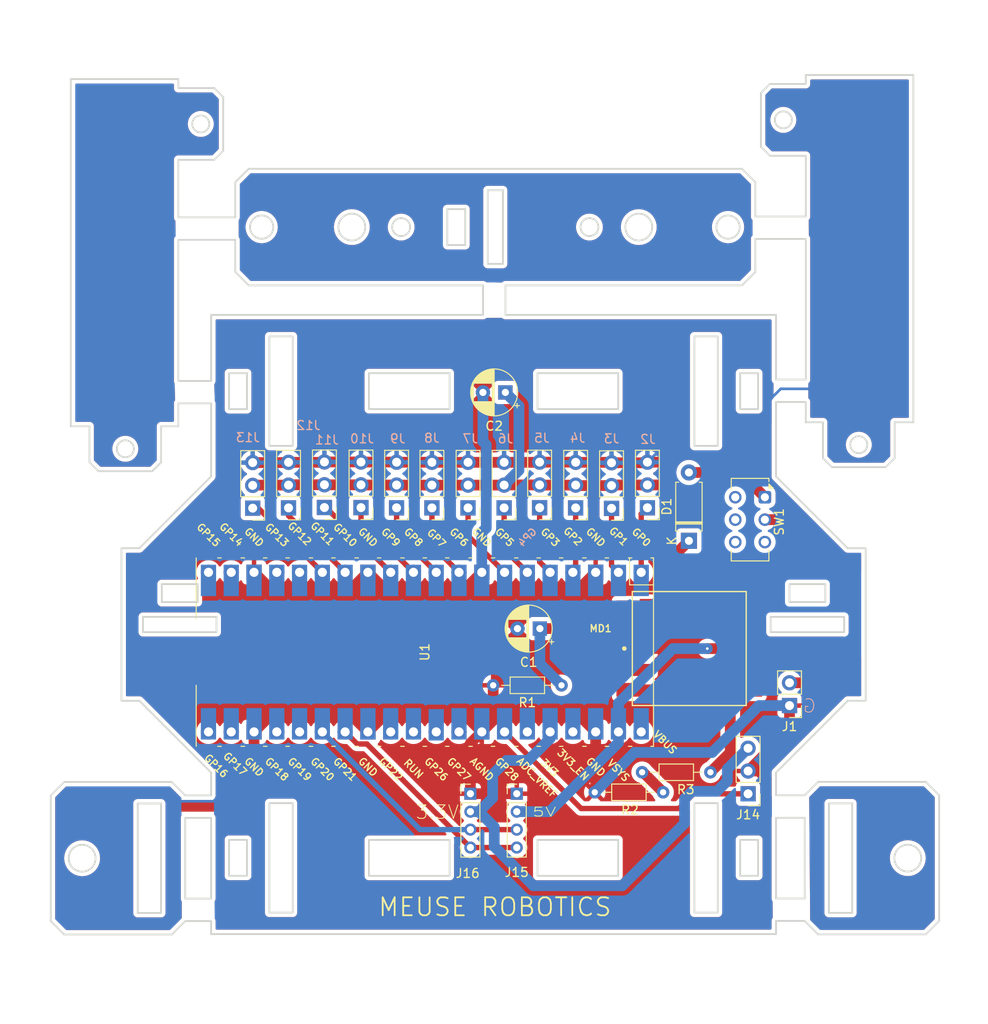
<source format=kicad_pcb>
(kicad_pcb (version 20240108) (generator "pcbnew") (generator_version "8.0")
  (layers (0 "F.Cu" signal) (31 "B.Cu" signal) (34 "B.Paste" user) (35 "F.Paste" user) (36 "B.SilkS" user "B.Silkscreen") (37 "F.SilkS" user "F.Silkscreen") (38 "B.Mask" user) (39 "F.Mask" user) (44 "Edge.Cuts" user))
  (net 0 "")
  (net 1 "GND")
  (net 2 "Net-(D1-K)")
  (net 3 "+5V")
  (net 4 "Net-(D1-A)")
  (net 5 "Net-(J1-Pin_2)")
  (net 6 "SV0")
  (net 7 "SV1")
  (net 8 "SV2")
  (net 9 "SV3")
  (net 10 "SV4")
  (net 11 "SV5")
  (net 12 "SV6")
  (net 13 "SV7")
  (net 14 "SV8")
  (net 15 "SV9")
  (net 16 "SV10")
  (net 17 "SV11")
  (net 18 "+3.3V")
  (net 19 "RMT")
  (net 20 "SDA")
  (net 21 "SCL")
  (net 23 "Net-(MD1-TRIM)")
  (net 33 "Net-(R2-Pad2)")
  (footprint "RPi_Pico:RPi_Pico_SMD_TH" (layer "F.Cu") (at 135.23 109.86 -90)
    (property "Reference" "U1")
    (property "Value" "Pico")
  )
  (footprint "Connector_PinHeader_2.54mm:PinHeader_1x02_P2.54mm_Vertical" (layer "F.Cu") (at 175.9 115.82 180)
    (property "Reference" "J1")
    (property "Value" "Conn_01x02")
  )
  (footprint "Capacitor_THT:CP_Radial_D5.0mm_P2.50mm" (layer "F.Cu") (at 148.06 107.24 180)
    (property "Reference" "C1")
    (property "Value" "10u")
  )
  (footprint "Connector_PinHeader_2.54mm:PinHeader_1x03_P2.54mm_Vertical" (layer "F.Cu") (at 152.05 93.79 180)
    (property "Reference" "J4")
    (property "Value" "Conn_01x03")
  )
  (footprint "Connector_PinHeader_2.00mm:PinHeader_1x04_P2.00mm_Vertical" (layer "F.Cu") (at 145.48 125.64)
    (property "Reference" "J15")
    (property "Value" "Conn_01x04")
  )
  (footprint "Connector_PinHeader_2.54mm:PinHeader_1x03_P2.54mm_Vertical" (layer "F.Cu") (at 128.11 93.76 180)
    (property "Reference" "J10")
    (property "Value" "Conn_01x03")
  )
  (footprint "Connector_PinHeader_2.00mm:PinHeader_1x04_P2.00mm_Vertical" (layer "F.Cu") (at 140.31 125.64)
    (property "Reference" "J16")
    (property "Value" "Conn_01x04")
  )
  (footprint "Okl:MURATA_OKL-T-6-W12N-C_0" (layer "F.Cu") (at 164.72 109.46)
    (property "Reference" "MD1")
    (property "Value" "OKL-T_6-W12N-C")
  )
  (footprint "Connector_PinHeader_2.54mm:PinHeader_1x03_P2.54mm_Vertical" (layer "F.Cu") (at 171.28 125.65 180)
    (property "Reference" "J14")
    (property "Value" "Conn_01x03")
  )
  (footprint "Connector_PinHeader_2.54mm:PinHeader_1x03_P2.54mm_Vertical" (layer "F.Cu") (at 144.07 93.79 180)
    (property "Reference" "J6")
    (property "Value" "Conn_01x03")
  )
  (footprint "Connector_PinHeader_2.54mm:PinHeader_1x03_P2.54mm_Vertical" (layer "F.Cu") (at 136.02 93.79 180)
    (property "Reference" "J8")
    (property "Value" "Conn_01x03")
  )
  (footprint "Capacitor_THT:CP_Radial_D5.0mm_P2.50mm" (layer "F.Cu") (at 144.21 80.92 180)
    (property "Reference" "C2")
    (property "Value" "10u")
  )
  (footprint "Connector_PinHeader_2.54mm:PinHeader_1x03_P2.54mm_Vertical" (layer "F.Cu") (at 148.03 93.77 180)
    (property "Reference" "J5")
    (property "Value" "Conn_01x03")
  )
  (footprint "Connector_PinHeader_2.54mm:PinHeader_1x03_P2.54mm_Vertical" (layer "F.Cu") (at 156.05 93.84 180)
    (property "Reference" "J3")
    (property "Value" "Conn_01x03")
  )
  (footprint "Resistor_THT:R_Axial_DIN0204_L3.6mm_D1.6mm_P7.62mm_Horizontal" (layer "F.Cu") (at 150.47 113.56 180)
    (property "Reference" "R1")
    (property "Value" "20k")
  )
  (footprint "Connector_PinHeader_2.54mm:PinHeader_1x03_P2.54mm_Vertical" (layer "F.Cu") (at 116.03 93.82 180)
    (property "Reference" "J13")
    (property "Value" "Conn_01x03")
  )
  (footprint "Resistor_THT:R_Axial_DIN0204_L3.6mm_D1.6mm_P7.62mm_Horizontal" (layer "F.Cu") (at 167.08 123.25 180)
    (property "Reference" "R3")
    (property "Value" "1k")
  )
  (footprint "Button_Switch_THT:SW_CK_JS202011CQN_DPDT_Straight" (layer "F.Cu") (at 173.15 92.6 -90)
    (property "Reference" "SW1")
    (property "Value" "SW_SPDT")
  )
  (footprint "Connector_PinHeader_2.54mm:PinHeader_1x03_P2.54mm_Vertical" (layer "F.Cu") (at 124.03 93.75 180)
    (property "Reference" "J11")
    (property "Value" "Conn_01x03")
  )
  (footprint "Resistor_THT:R_Axial_DIN0204_L3.6mm_D1.6mm_P7.62mm_Horizontal" (layer "F.Cu") (at 154.18 125.48)
    (property "Reference" "R2")
    (property "Value" "330")
  )
  (footprint "Connector_PinHeader_2.54mm:PinHeader_1x03_P2.54mm_Vertical" (layer "F.Cu") (at 160.05 93.775 180)
    (property "Reference" "J2")
    (property "Value" "Conn_01x03")
  )
  (footprint "Connector_PinHeader_2.54mm:PinHeader_1x03_P2.54mm_Vertical" (layer "F.Cu") (at 132.08 93.78 180)
    (property "Reference" "J9")
    (property "Value" "Conn_01x03")
  )
  (footprint "Connector_PinHeader_2.54mm:PinHeader_1x03_P2.54mm_Vertical" (layer "F.Cu") (at 120.03 93.79 180)
    (property "Reference" "J12")
    (property "Value" "Conn_01x03")
  )
  (footprint "Connector_PinHeader_2.54mm:PinHeader_1x03_P2.54mm_Vertical" (layer "F.Cu") (at 140.05 93.79 180)
    (property "Reference" "J7")
    (property "Value" "Conn_01x03")
  )
  (footprint "Diode_THT:D_A-405_P7.62mm_Horizontal" (layer "F.Cu") (at 164.68 97.46 90)
    (property "Reference" "D1")
    (property "Value" "D_Schottky")
  )
  (gr_line (start 111.394242 139.83) (end 108.51 139.83) (stroke (width 0.2)) (layer "Edge.Cuts"))
  (gr_line (start 111.994236 105.933685) (end 103.794236 105.933685) (stroke (width 0.2)) (layer "Edge.Cuts"))
  (gr_line (start 156.794243 134.789923) (end 156.794243 130.789923) (stroke (width 0.2)) (layer "Edge.Cuts"))
  (gr_line (start 143.938169 66.59691) (end 143.938169 58.39691) (stroke (width 0.2)) (layer "Edge.Cuts"))
  (gr_line (start 105.894236 102.283685) (end 105.894236 104.283685) (stroke (width 0.2)) (layer "Edge.Cuts"))
  (gr_line (start 114.088169 61.4133) (end 114.088169 57.49691) (stroke (width 0.2)) (layer "Edge.Cuts"))
  (gr_line (start 111.394242 72.283685) (end 141.720348 72.283685) (stroke (width 0.2)) (layer "Edge.Cuts"))
  (gr_line (start 179.091147 124.318234) (end 191.091147 124.318234) (stroke (width 0.2)) (layer "Edge.Cuts"))
  (gr_line (start 103.21 126.73) (end 103.21 138.93) (stroke (width 0.2)) (layer "Edge.Cuts"))
  (gr_line (start 170.588169 68.99691) (end 144.220348 68.99691) (stroke (width 0.2)) (layer "Edge.Cuts"))
  (gr_line (start 172.71202 47.549798) (end 173.712018 46.549798) (stroke (width 0.2)) (layer "Edge.Cuts"))
  (gr_line (start 109.894236 104.283685) (end 109.894236 102.283685) (stroke (width 0.2)) (layer "Edge.Cuts"))
  (gr_line (start 167.894243 86.877447) (end 167.894243 74.677447) (stroke (width 0.2)) (layer "Edge.Cuts"))
  (gr_line (start 179.091147 141.318234) (end 177.591147 139.818234) (stroke (width 0.2)) (layer "Edge.Cuts"))
  (gr_line (start 186.62706 89.249798) (end 180.62706 89.249798) (stroke (width 0.2)) (layer "Edge.Cuts"))
  (gr_line (start 147.794243 134.789923) (end 156.794243 134.789923) (stroke (width 0.2)) (layer "Edge.Cuts"))
  (gr_line (start 174.394243 90.2882) (end 182.394243 98.2882) (stroke (width 0.2)) (layer "Edge.Cuts"))
  (gr_line (start 165.294243 86.877447) (end 167.894243 86.877447) (stroke (width 0.2)) (layer "Edge.Cuts"))
  (gr_line (start 170.394243 130.783685) (end 170.394243 134.783685) (stroke (width 0.2)) (layer "Edge.Cuts"))
  (gr_line (start 128.994242 134.789923) (end 137.994242 134.789923) (stroke (width 0.2)) (layer "Edge.Cuts"))
  (gr_line (start 175.894249 104.283685) (end 179.894249 104.283685) (stroke (width 0.2)) (layer "Edge.Cuts"))
  (gr_line (start 115.394242 134.783685) (end 115.394242 130.783685) (stroke (width 0.2)) (layer "Edge.Cuts"))
  (gr_line (start 177.712029 63.816086) (end 172.088169 63.816086) (stroke (width 0.2)) (layer "Edge.Cuts"))
  (gr_line (start 128.994242 130.789923) (end 128.994242 134.789923) (stroke (width 0.2)) (layer "Edge.Cuts"))
  (gr_line (start 182.891147 138.918234) (end 182.891147 126.718234) (stroke (width 0.2)) (layer "Edge.Cuts"))
  (gr_line (start 98.827314 89.702253) (end 97.827314 88.702253) (stroke (width 0.2)) (layer "Edge.Cuts"))
  (gr_circle (center 169.044408 62.49691) (end 170.344408 62.49691) (stroke (width 0.2)) (fill none) (layer "Edge.Cuts"))
  (gr_line (start 120.494242 86.877446) (end 120.494242 74.677446) (stroke (width 0.2)) (layer "Edge.Cuts"))
  (gr_line (start 172.394243 130.783685) (end 170.394243 130.783685) (stroke (width 0.2)) (layer "Edge.Cuts"))
  (gr_line (start 187.62706 88.249798) (end 186.62706 89.249798) (stroke (width 0.2)) (layer "Edge.Cuts"))
  (gr_line (start 93.51 125.83) (end 95.01 124.33) (stroke (width 0.2)) (layer "Edge.Cuts"))
  (gr_line (start 177.712029 45.549798) (end 189.712029 45.549798) (stroke (width 0.2)) (layer "Edge.Cuts"))
  (gr_line (start 120.494242 126.689923) (end 117.894242 126.689923) (stroke (width 0.2)) (layer "Edge.Cuts"))
  (gr_line (start 172.394243 78.783685) (end 170.394243 78.783685) (stroke (width 0.2)) (layer "Edge.Cuts"))
  (gr_line (start 165.294243 74.677447) (end 165.294243 86.877447) (stroke (width 0.2)) (layer "Edge.Cuts"))
  (gr_line (start 172.088169 57.49691) (end 172.088169 61.316086) (stroke (width 0.2)) (layer "Edge.Cuts"))
  (gr_line (start 107.742346 84.702253) (end 105.827314 84.702253) (stroke (width 0.2)) (layer "Edge.Cuts"))
  (gr_line (start 170.588169 55.99691) (end 172.088169 57.49691) (stroke (width 0.2)) (layer "Edge.Cuts"))
  (gr_line (start 179.894249 102.283685) (end 175.894249 102.283685) (stroke (width 0.2)) (layer "Edge.Cuts"))
  (gr_line (start 165.294243 126.689923) (end 165.294243 138.889923) (stroke (width 0.2)) (layer "Edge.Cuts"))
  (gr_line (start 189.712028 84.249798) (end 187.62706 84.249798) (stroke (width 0.2)) (layer "Edge.Cuts"))
  (gr_line (start 128.994242 78.777446) (end 128.994242 82.777446) (stroke (width 0.2)) (layer "Edge.Cuts"))
  (gr_line (start 107.742345 63.9133) (end 107.742346 79.643655) (stroke (width 0.2)) (layer "Edge.Cuts"))
  (gr_circle (center 183.62706 86.749798) (end 184.57706 86.749798) (stroke (width 0.2)) (fill none) (layer "Edge.Cuts"))
  (gr_line (start 172.394243 134.783685) (end 172.394243 130.783685) (stroke (width 0.2)) (layer "Edge.Cuts"))
  (gr_line (start 111.394242 125.83) (end 111.394242 123.283685) (stroke (width 0.2)) (layer "Edge.Cuts"))
  (gr_line (start 107.742345 61.4133) (end 114.088169 61.4133) (stroke (width 0.2)) (layer "Edge.Cuts"))
  (gr_line (start 192.591147 125.818234) (end 192.591147 139.818234) (stroke (width 0.2)) (layer "Edge.Cuts"))
  (gr_line (start 174.394242 72.283685) (end 174.394243 79.484141) (stroke (width 0.2)) (layer "Edge.Cuts"))
  (gr_line (start 174.394243 123.27917) (end 174.394243 125.818234) (stroke (width 0.2)) (layer "Edge.Cuts"))
  (gr_line (start 95.742346 84.702253) (end 95.742344 46.002253) (stroke (width 0.2)) (layer "Edge.Cuts"))
  (gr_line (start 108.51 137.33) (end 111.394242 137.33) (stroke (width 0.2)) (layer "Edge.Cuts"))
  (gr_line (start 103.794236 107.633685) (end 111.994236 107.633685) (stroke (width 0.2)) (layer "Edge.Cuts"))
  (gr_line (start 111.394242 141.283685) (end 111.394242 139.83) (stroke (width 0.2)) (layer "Edge.Cuts"))
  (gr_line (start 101.394236 115.283685) (end 101.394236 98.283684) (stroke (width 0.2)) (layer "Edge.Cuts"))
  (gr_line (start 107.742344 47.002253) (end 111.742356 47.002253) (stroke (width 0.2)) (layer "Edge.Cuts"))
  (gr_line (start 177.712029 46.549798) (end 177.712029 45.549798) (stroke (width 0.2)) (layer "Edge.Cuts"))
  (gr_line (start 179.62706 84.249798) (end 177.712028 84.249798) (stroke (width 0.2)) (layer "Edge.Cuts"))
  (gr_line (start 177.712028 81.984141) (end 174.394243 81.984141) (stroke (width 0.2)) (layer "Edge.Cuts"))
  (gr_line (start 114.088169 63.9133) (end 107.742345 63.9133) (stroke (width 0.2)) (layer "Edge.Cuts"))
  (gr_line (start 177.712028 84.249798) (end 177.712028 81.984141) (stroke (width 0.2)) (layer "Edge.Cuts"))
  (gr_line (start 174.394243 128.318234) (end 174.394243 137.318234) (stroke (width 0.2)) (layer "Edge.Cuts"))
  (gr_line (start 172.712033 53.549798) (end 172.71202 47.549798) (stroke (width 0.2)) (layer "Edge.Cuts"))
  (gr_line (start 177.712029 54.549798) (end 173.712035 54.549798) (stroke (width 0.2)) (layer "Edge.Cuts"))
  (gr_line (start 187.62706 84.249798) (end 187.62706 88.249798) (stroke (width 0.2)) (layer "Edge.Cuts"))
  (gr_line (start 181.994249 105.933685) (end 173.794249 105.933685) (stroke (width 0.2)) (layer "Edge.Cuts"))
  (gr_circle (center 153.588169 62.49691) (end 154.588169 62.49691) (stroke (width 0.2)) (fill none) (layer "Edge.Cuts"))
  (gr_line (start 120.494242 138.889923) (end 120.494242 126.689923) (stroke (width 0.2)) (layer "Edge.Cuts"))
  (gr_circle (center 97.01 132.83) (end 98.51 132.83) (stroke (width 0.2)) (fill none) (layer "Edge.Cuts"))
  (gr_line (start 180.62706 89.249798) (end 179.62706 88.249798) (stroke (width 0.2)) (layer "Edge.Cuts"))
  (gr_line (start 117.894242 138.889923) (end 120.494242 138.889923) (stroke (width 0.2)) (layer "Edge.Cuts"))
  (gr_line (start 105.827314 84.702253) (end 105.827314 88.702253) (stroke (width 0.2)) (layer "Edge.Cuts"))
  (gr_line (start 97.827314 84.702253) (end 95.742346 84.702253) (stroke (width 0.2)) (layer "Edge.Cuts"))
  (gr_line (start 177.591147 125.818234) (end 179.091147 124.318234) (stroke (width 0.2)) (layer "Edge.Cuts"))
  (gr_line (start 111.394242 82.143655) (end 107.742346 82.143655) (stroke (width 0.2)) (layer "Edge.Cuts"))
  (gr_line (start 172.088169 61.316086) (end 177.712029 61.316086) (stroke (width 0.2)) (layer "Edge.Cuts"))
  (gr_line (start 179.62706 88.249798) (end 179.62706 84.249798) (stroke (width 0.2)) (layer "Edge.Cuts"))
  (gr_line (start 139.738169 60.49691) (end 137.738169 60.49691) (stroke (width 0.2)) (layer "Edge.Cuts"))
  (gr_line (start 107.01 124.33) (end 108.51 125.83) (stroke (width 0.2)) (layer "Edge.Cuts"))
  (gr_line (start 181.994249 107.633685) (end 181.994249 105.933685) (stroke (width 0.2)) (layer "Edge.Cuts"))
  (gr_line (start 95.01 141.33) (end 93.51 139.83) (stroke (width 0.2)) (layer "Edge.Cuts"))
  (gr_line (start 173.712035 54.549798) (end 172.712033 53.549798) (stroke (width 0.2)) (layer "Edge.Cuts"))
  (gr_line (start 109.894236 102.283685) (end 105.894236 102.283685) (stroke (width 0.2)) (layer "Edge.Cuts"))
  (gr_circle (center 132.588169 62.49691) (end 133.588169 62.49691) (stroke (width 0.2)) (fill none) (layer "Edge.Cuts"))
  (gr_line (start 177.591147 137.318234) (end 177.591147 128.318234) (stroke (width 0.2)) (layer "Edge.Cuts"))
  (gr_line (start 105.81 126.73) (end 103.21 126.73) (stroke (width 0.2)) (layer "Edge.Cuts"))
  (gr_line (start 173.794249 105.933685) (end 173.794249 107.633685) (stroke (width 0.2)) (layer "Edge.Cuts"))
  (gr_line (start 180.291147 126.718234) (end 180.291147 138.918234) (stroke (width 0.2)) (layer "Edge.Cuts"))
  (gr_line (start 111.994236 107.633685) (end 111.994236 105.933685) (stroke (width 0.2)) (layer "Edge.Cuts"))
  (gr_line (start 167.894243 138.889923) (end 167.894243 126.689923) (stroke (width 0.2)) (layer "Edge.Cuts"))
  (gr_line (start 142.238169 58.39691) (end 142.238169 66.59691) (stroke (width 0.2)) (layer "Edge.Cuts"))
  (gr_line (start 172.088169 67.49691) (end 170.588169 68.99691) (stroke (width 0.2)) (layer "Edge.Cuts"))
  (gr_line (start 107.01 141.33) (end 95.01 141.33) (stroke (width 0.2)) (layer "Edge.Cuts"))
  (gr_line (start 173.712018 46.549798) (end 177.712029 46.549798) (stroke (width 0.2)) (layer "Edge.Cuts"))
  (gr_line (start 103.21 138.93) (end 105.81 138.93) (stroke (width 0.2)) (layer "Edge.Cuts"))
  (gr_line (start 175.894249 102.283685) (end 175.894249 104.283685) (stroke (width 0.2)) (layer "Edge.Cuts"))
  (gr_line (start 117.894242 86.877446) (end 120.494242 86.877446) (stroke (width 0.2)) (layer "Edge.Cuts"))
  (gr_line (start 104.827314 89.702253) (end 98.827314 89.702253) (stroke (width 0.2)) (layer "Edge.Cuts"))
  (gr_line (start 141.720348 68.99691) (end 115.588169 68.99691) (stroke (width 0.2)) (layer "Edge.Cuts"))
  (gr_line (start 177.591147 128.318234) (end 174.394243 128.318234) (stroke (width 0.2)) (layer "Edge.Cuts"))
  (gr_circle (center 110.242346 51.002259) (end 111.192346 51.002259) (stroke (width 0.2)) (fill none) (layer "Edge.Cuts"))
  (gr_line (start 191.091147 124.318234) (end 192.591147 125.818234) (stroke (width 0.2)) (layer "Edge.Cuts"))
  (gr_line (start 112.742353 48.002253) (end 112.742341 54.002253) (stroke (width 0.2)) (layer "Edge.Cuts"))
  (gr_circle (center 189.091147 132.818234) (end 190.591147 132.818234) (stroke (width 0.2)) (fill none) (layer "Edge.Cuts"))
  (gr_line (start 113.394242 130.783685) (end 113.394242 134.783685) (stroke (width 0.2)) (layer "Edge.Cuts"))
  (gr_line (start 105.827314 88.702253) (end 104.827314 89.702253) (stroke (width 0.2)) (layer "Edge.Cuts"))
  (gr_line (start 95.742344 46.002253) (end 107.742344 46.002253) (stroke (width 0.2)) (layer "Edge.Cuts"))
  (gr_line (start 105.894236 104.283685) (end 109.894236 104.283685) (stroke (width 0.2)) (layer "Edge.Cuts"))
  (gr_line (start 103.394242 115.283685) (end 101.394236 115.283685) (stroke (width 0.2)) (layer "Edge.Cuts"))
  (gr_line (start 141.720348 72.283685) (end 141.720348 68.99691) (stroke (width 0.2)) (layer "Edge.Cuts"))
  (gr_line (start 115.394242 130.783685) (end 113.394242 130.783685) (stroke (width 0.2)) (layer "Edge.Cuts"))
  (gr_line (start 112.742341 54.002253) (end 111.742339 55.002253) (stroke (width 0.2)) (layer "Edge.Cuts"))
  (gr_line (start 174.394243 137.318234) (end 177.591147 137.318234) (stroke (width 0.2)) (layer "Edge.Cuts"))
  (gr_line (start 103.794236 105.933685) (end 103.794236 107.633685) (stroke (width 0.2)) (layer "Edge.Cuts"))
  (gr_line (start 144.220348 72.283685) (end 174.394242 72.283685) (stroke (width 0.2)) (layer "Edge.Cuts"))
  (gr_line (start 111.394242 90.283684) (end 111.394242 82.143655) (stroke (width 0.2)) (layer "Edge.Cuts"))
  (gr_line (start 111.394242 137.33) (end 111.394242 128.33) (stroke (width 0.2)) (layer "Edge.Cuts"))
  (gr_line (start 182.394243 98.2882) (end 184.394249 98.2882) (stroke (width 0.2)) (layer "Edge.Cuts"))
  (gr_line (start 182.891147 126.718234) (end 180.291147 126.718234) (stroke (width 0.2)) (layer "Edge.Cuts"))
  (gr_line (start 180.291147 138.918234) (end 182.891147 138.918234) (stroke (width 0.2)) (layer "Edge.Cuts"))
  (gr_line (start 107.742344 46.002253) (end 107.742344 47.002253) (stroke (width 0.2)) (layer "Edge.Cuts"))
  (gr_line (start 137.994242 130.789923) (end 128.994242 130.789923) (stroke (width 0.2)) (layer "Edge.Cuts"))
  (gr_circle (center 117.031931 62.49691) (end 118.331931 62.49691) (stroke (width 0.2)) (fill none) (layer "Edge.Cuts"))
  (gr_line (start 143.938169 58.39691) (end 142.238169 58.39691) (stroke (width 0.2)) (layer "Edge.Cuts"))
  (gr_line (start 137.994242 78.777446) (end 128.994242 78.777446) (stroke (width 0.2)) (layer "Edge.Cuts"))
  (gr_line (start 113.394242 78.783685) (end 113.394242 82.783685) (stroke (width 0.2)) (layer "Edge.Cuts"))
  (gr_line (start 97.827314 88.702253) (end 97.827314 84.702253) (stroke (width 0.2)) (layer "Edge.Cuts"))
  (gr_line (start 172.088169 63.816086) (end 172.088169 67.49691) (stroke (width 0.2)) (layer "Edge.Cuts"))
  (gr_line (start 147.794243 130.789923) (end 147.794243 134.789923) (stroke (width 0.2)) (layer "Edge.Cuts"))
  (gr_line (start 182.394243 115.27917) (end 174.394243 123.27917) (stroke (width 0.2)) (layer "Edge.Cuts"))
  (gr_line (start 156.794243 82.777447) (end 156.794243 78.777447) (stroke (width 0.2)) (layer "Edge.Cuts"))
  (gr_line (start 115.394242 82.783685) (end 115.394242 78.783685) (stroke (width 0.2)) (layer "Edge.Cuts"))
  (gr_line (start 174.394243 79.484141) (end 177.712028 79.484141) (stroke (width 0.2)) (layer "Edge.Cuts"))
  (gr_line (start 177.712028 79.484141) (end 177.712029 63.816086) (stroke (width 0.2)) (layer "Edge.Cuts"))
  (gr_line (start 177.591147 139.818234) (end 174.394243 139.818234) (stroke (width 0.2)) (layer "Edge.Cuts"))
  (gr_line (start 142.238169 66.59691) (end 143.938169 66.59691) (stroke (width 0.2)) (layer "Edge.Cuts"))
  (gr_line (start 174.394243 125.818234) (end 177.591147 125.818234) (stroke (width 0.2)) (layer "Edge.Cuts"))
  (gr_line (start 137.994242 134.789923) (end 137.994242 130.789923) (stroke (width 0.2)) (layer "Edge.Cuts"))
  (gr_line (start 108.51 139.83) (end 107.01 141.33) (stroke (width 0.2)) (layer "Edge.Cuts"))
  (gr_line (start 137.994242 82.777446) (end 137.994242 78.777446) (stroke (width 0.2)) (layer "Edge.Cuts"))
  (gr_line (start 156.794243 78.777447) (end 147.794243 78.777447) (stroke (width 0.2)) (layer "Edge.Cuts"))
  (gr_line (start 170.394243 134.783685) (end 172.394243 134.783685) (stroke (width 0.2)) (layer "Edge.Cuts"))
  (gr_line (start 120.494242 74.677446) (end 117.894242 74.677446) (stroke (width 0.2)) (layer "Edge.Cuts"))
  (gr_line (start 111.394242 123.283685) (end 103.394242 115.283685) (stroke (width 0.2)) (layer "Edge.Cuts"))
  (gr_line (start 184.394249 98.2882) (end 184.394249 115.27917) (stroke (width 0.2)) (layer "Edge.Cuts"))
  (gr_line (start 184.394249 115.27917) (end 182.394243 115.27917) (stroke (width 0.2)) (layer "Edge.Cuts"))
  (gr_line (start 115.394242 78.783685) (end 113.394242 78.783685) (stroke (width 0.2)) (layer "Edge.Cuts"))
  (gr_line (start 107.742346 82.143655) (end 107.742346 84.702253) (stroke (width 0.2)) (layer "Edge.Cuts"))
  (gr_line (start 137.738169 60.49691) (end 137.738169 64.49691) (stroke (width 0.2)) (layer "Edge.Cuts"))
  (gr_line (start 117.894242 74.677446) (end 117.894242 86.877446) (stroke (width 0.2)) (layer "Edge.Cuts"))
  (gr_line (start 103.394242 98.283684) (end 111.394242 90.283684) (stroke (width 0.2)) (layer "Edge.Cuts"))
  (gr_line (start 174.394243 139.818234) (end 174.394243 141.283685) (stroke (width 0.2)) (layer "Edge.Cuts"))
  (gr_line (start 172.394243 82.783685) (end 172.394243 78.783685) (stroke (width 0.2)) (layer "Edge.Cuts"))
  (gr_line (start 114.088169 67.49691) (end 114.088169 63.9133) (stroke (width 0.2)) (layer "Edge.Cuts"))
  (gr_line (start 95.01 124.33) (end 107.01 124.33) (stroke (width 0.2)) (layer "Edge.Cuts"))
  (gr_line (start 114.088169 57.49691) (end 115.588169 55.99691) (stroke (width 0.2)) (layer "Edge.Cuts"))
  (gr_line (start 105.81 138.93) (end 105.81 126.73) (stroke (width 0.2)) (layer "Edge.Cuts"))
  (gr_line (start 174.394243 81.984141) (end 174.394243 90.2882) (stroke (width 0.2)) (layer "Edge.Cuts"))
  (gr_circle (center 159.088169 62.49691) (end 160.588169 62.49691) (stroke (width 0.2)) (fill none) (layer "Edge.Cuts"))
  (gr_line (start 107.742346 79.643655) (end 111.394242 79.643655) (stroke (width 0.2)) (layer "Edge.Cuts"))
  (gr_line (start 173.794249 107.633685) (end 181.994249 107.633685) (stroke (width 0.2)) (layer "Edge.Cuts"))
  (gr_circle (center 101.827314 87.202253) (end 102.777314 87.202253) (stroke (width 0.2)) (fill none) (layer "Edge.Cuts"))
  (gr_line (start 113.394242 134.783685) (end 115.394242 134.783685) (stroke (width 0.2)) (layer "Edge.Cuts"))
  (gr_line (start 115.588169 55.99691) (end 170.588169 55.99691) (stroke (width 0.2)) (layer "Edge.Cuts"))
  (gr_line (start 177.712029 61.316086) (end 177.712029 54.549798) (stroke (width 0.2)) (layer "Edge.Cuts"))
  (gr_circle (center 127.088169 62.49691) (end 128.588169 62.49691) (stroke (width 0.2)) (fill none) (layer "Edge.Cuts"))
  (gr_line (start 108.51 125.83) (end 111.394242 125.83) (stroke (width 0.2)) (layer "Edge.Cuts"))
  (gr_line (start 128.994242 82.777446) (end 137.994242 82.777446) (stroke (width 0.2)) (layer "Edge.Cuts"))
  (gr_line (start 111.394242 79.643655) (end 111.394242 72.283685) (stroke (width 0.2)) (layer "Edge.Cuts"))
  (gr_line (start 111.394242 128.33) (end 108.51 128.33) (stroke (width 0.2)) (layer "Edge.Cuts"))
  (gr_line (start 189.712029 45.549798) (end 189.712028 84.249798) (stroke (width 0.2)) (layer "Edge.Cuts"))
  (gr_line (start 111.742356 47.002253) (end 112.742353 48.002253) (stroke (width 0.2)) (layer "Edge.Cuts"))
  (gr_line (start 174.394243 141.283685) (end 111.394242 141.283685) (stroke (width 0.2)) (layer "Edge.Cuts"))
  (gr_line (start 179.894249 104.283685) (end 179.894249 102.283685) (stroke (width 0.2)) (layer "Edge.Cuts"))
  (gr_line (start 101.394236 98.283684) (end 103.394242 98.283684) (stroke (width 0.2)) (layer "Edge.Cuts"))
  (gr_line (start 170.394243 78.783685) (end 170.394243 82.783685) (stroke (width 0.2)) (layer "Edge.Cuts"))
  (gr_line (start 191.091147 141.318234) (end 179.091147 141.318234) (stroke (width 0.2)) (layer "Edge.Cuts"))
  (gr_line (start 165.294243 138.889923) (end 167.894243 138.889923) (stroke (width 0.2)) (layer "Edge.Cuts"))
  (gr_line (start 137.738169 64.49691) (end 139.738169 64.49691) (stroke (width 0.2)) (layer "Edge.Cuts"))
  (gr_line (start 167.894243 74.677447) (end 165.294243 74.677447) (stroke (width 0.2)) (layer "Edge.Cuts"))
  (gr_line (start 93.51 139.83) (end 93.51 125.83) (stroke (width 0.2)) (layer "Edge.Cuts"))
  (gr_line (start 147.794243 78.777447) (end 147.794243 82.777447) (stroke (width 0.2)) (layer "Edge.Cuts"))
  (gr_line (start 147.794243 82.777447) (end 156.794243 82.777447) (stroke (width 0.2)) (layer "Edge.Cuts"))
  (gr_line (start 111.742339 55.002253) (end 107.742344 55.002253) (stroke (width 0.2)) (layer "Edge.Cuts"))
  (gr_line (start 113.394242 82.783685) (end 115.394242 82.783685) (stroke (width 0.2)) (layer "Edge.Cuts"))
  (gr_line (start 115.588169 68.99691) (end 114.088169 67.49691) (stroke (width 0.2)) (layer "Edge.Cuts"))
  (gr_line (start 117.894242 126.689923) (end 117.894242 138.889923) (stroke (width 0.2)) (layer "Edge.Cuts"))
  (gr_circle (center 175.212028 50.549804) (end 176.162028 50.549804) (stroke (width 0.2)) (fill none) (layer "Edge.Cuts"))
  (gr_line (start 107.742344 55.002253) (end 107.742345 61.4133) (stroke (width 0.2)) (layer "Edge.Cuts"))
  (gr_line (start 167.894243 126.689923) (end 165.294243 126.689923) (stroke (width 0.2)) (layer "Edge.Cuts"))
  (gr_line (start 192.591147 139.818234) (end 191.091147 141.318234) (stroke (width 0.2)) (layer "Edge.Cuts"))
  (gr_line (start 108.51 128.33) (end 108.51 137.33) (stroke (width 0.2)) (layer "Edge.Cuts"))
  (gr_line (start 144.220348 68.99691) (end 144.220348 72.283685) (stroke (width 0.2)) (layer "Edge.Cuts"))
  (gr_line (start 170.394243 82.783685) (end 172.394243 82.783685) (stroke (width 0.2)) (layer "Edge.Cuts"))
  (gr_line (start 156.794243 130.789923) (end 147.794243 130.789923) (stroke (width 0.2)) (layer "Edge.Cuts"))
  (gr_line (start 139.738169 64.49691) (end 139.738169 60.49691) (stroke (width 0.2)) (layer "Edge.Cuts"))
  (gr_text "G" (at 178.95 116.74 -0) (layer "B.SilkS") (effects (font (size 1.5 1.5) (thickness 0.1)) (justify left bottom mirror)))
  (gr_text "MEUSE ROBOTICS" (at 129.92 139.44 0) (layer "F.SilkS") (effects (font (size 2 2) (thickness 0.2)) (justify left bottom)))
  (gr_text "5V" (at 147.13 128.26 0) (layer "F.SilkS") (effects (font (size 1 1.5) (thickness 0.1)) (justify left bottom)))
  (gr_text "3.3V" (at 134.13 128.57 0) (layer "F.SilkS") (effects (font (size 1.5 1.5) (thickness 0.1)) (justify left bottom)))
  (segment (start 136.01 88.7) (end 136.02 88.71) (width 1.2) (layer "F.Cu") (net 1))
  (segment (start 143.21 68.38) (end 143.10202 68.38) (width 0.3) (layer "F.Cu") (net 1))
  (segment (start 171.28 123.11) (end 175.9 118.49) (width 1.2) (layer "F.Cu") (net 1))
  (segment (start 158.12 109.46) (end 145.58 109.46) (width 1.2) (layer "F.Cu") (net 1))
  (segment (start 116.06 88.71) (end 116.03 88.74) (width 1.2) (layer "F.Cu") (net 1))
  (segment (start 128.88 100.97) (end 127.23 102.62) (width 1.2) (layer "F.Cu") (net 1))
  (segment (start 175.9 118.49) (end 175.9 115.82) (width 1.2) (layer "F.Cu") (net 1))
  (segment (start 128.1 88.67) (end 128.11 88.68) (width 1.2) (layer "F.Cu") (net 1))
  (segment (start 145.56 107.24) (end 145.56 109.48) (width 1.2) (layer "F.Cu") (net 1))
  (segment (start 141.58 103.26) (end 145.56 107.24) (width 1.2) (layer "F.Cu") (net 1))
  (segment (start 148.05 88.71) (end 148.03 88.69) (width 1.2) (layer "F.Cu") (net 1))
  (segment (start 132.075 88.745) (end 132.06 88.73) (width 1.2) (layer "F.Cu") (net 1))
  (segment (start 141.58 100.97) (end 141.58 103.26) (width 1.2) (layer "F.Cu") (net 1))
  (segment (start 132.06 88.68) (end 132.08 88.7) (width 1.2) (layer "F.Cu") (net 1))
  (segment (start 141.64202 66.92) (end 117.15 66.92) (width 0.3) (layer "F.Cu") (net 1))
  (segment (start 145.56 106.10863) (end 147.81863 103.85) (width 1.2) (layer "F.Cu") (net 1))
  (segment (start 139.93 102.62) (end 130.53 102.62) (width 1.2) (layer "F.Cu") (net 1))
  (segment (start 120.07 88.67) (end 120.03 88.71) (width 1.2) (layer "F.Cu") (net 1))
  (segment (start 145.56 109.48) (end 145.56 110.85) (width 1.2) (layer "F.Cu") (net 1))
  (segment (start 159.985 88.76) (end 160.05 88.695) (width 1.2) (layer "F.Cu") (net 1))
  (segment (start 161.995 88.695) (end 162 88.69) (width 1.2) (layer "F.Cu") (net 1))
  (segment (start 152.1 88.76) (end 152.05 88.71) (width 1.2) (layer "F.Cu") (net 1))
  (segment (start 127.23 102.62) (end 117.83 102.62) (width 1.2) (layer "F.Cu") (net 1))
  (segment (start 156 88.71) (end 156.05 88.76) (width 1.2) (layer "F.Cu") (net 1))
  (segment (start 178.77 126.93) (end 178.77 126.683746) (width 1.2) (layer "F.Cu") (net 1))
  (segment (start 164.72 109.43) (end 164.72 106.031) (width 1.2) (layer "F.Cu") (net 1))
  (segment (start 140.31 125.64) (end 145.48 125.64) (width 1.2) (layer "F.Cu") (net 1))
  (segment (start 148.03 88.69) (end 152.03 88.69) (width 1.2) (layer "F.Cu") (net 1))
  (segment (start 145.56 107.24) (end 145.56 106.10863) (width 1.2) (layer "F.Cu") (net 1))
  (segment (start 132.08 88.7) (end 136.01 88.7) (width 1.2) (layer "F.Cu") (net 1))
  (segment (start 141.58 100.97) (end 139.93 102.62) (width 1.2) (layer "F.Cu") (net 1))
  (segment (start 120.03 88.71) (end 123.99 88.71) (width 1.2) (layer "F.Cu") (net 1))
  (segment (start 142.85 116.72) (end 143.23 117.1) (width 1.2) (layer "F.Cu") (net 1))
  (segment (start 170.5 65.02) (end 170.5 64.26) (width 0.3) (layer "F.Cu") (net 1))
  (segment (start 147.81863 103.85) (end 151.4 103.85) (width 1.2) (layer "F.Cu") (net 1))
  (segment (start 141.55 118.42) (end 141.55 118.8) (width 1.2) (layer "F.Cu") (net 1))
  (segment (start 144.07 88.71) (end 148.01 88.71) (width 1.2) (layer "F.Cu") (net 1))
  (segment (start 120 88.74) (end 120.03 88.71) (width 1.2) (layer "F.Cu") (net 1))
  (segment (start 139.93 117.1) (end 130.53 117.1) (width 1.2) (layer "F.Cu") (net 1))
  (segment (start 117.83 102.62) (end 116.18 100.97) (width 1.2) (layer "F.Cu") (net 1))
  (segment (start 154.28 118.75) (end 152.63 117.1) (width 1.2) (layer "F.Cu") (net 1))
  (segment (start 148.01 88.71) (end 148.03 88.69) (width 1.2) (layer "F.Cu") (net 1))
  (segment (start 116.18 123.4) (end 112.54 127.04) (width 1.2) (layer "F.Cu") (net 1))
  (segment (start 140.11 88.73) (end 140.06 88.68) (width 1.2) (layer "F.Cu") (net 1))
  (segment (start 145.58 109.46) (end 145.56 109.48) (width 1.2) (layer "F.Cu") (net 1))
  (segment (start 128.16 88.73) (end 128.11 88.68) (width 1.2) (layer "F.Cu") (net 1))
  (segment (start 130.53 117.1) (end 128.88 118.75) (width 1.2) (layer "F.Cu") (net 1))
  (segment (start 141.58 118.75) (end 139.93 117.1) (width 1.2) (layer "F.Cu") (net 1))
  (segment (start 172.482081 123.11) (end 173.294243 123.922162) (width 1.2) (layer "F.Cu") (net 1))
  (segment (start 173.294243 123.922162) (end 173.294243 126.273869) (width 1.2) (layer "F.Cu") (net 1))
  (segment (start 117.83 117.1) (end 116.18 118.75) (width 1.2) (layer "F.Cu") (net 1))
  (segment (start 136.145 88.68) (end 136.08 88.745) (width 1.2) (layer "F.Cu") (net 1))
  (segment (start 145.56 110.85) (end 142.85 113.56) (width 1.2) (layer "F.Cu") (net 1))
  (segment (start 152.03 88.69) (end 152.05 88.71) (width 1.2) (layer "F.Cu") (net 1))
  (segment (start 116.03 88.74) (end 120 88.74) (width 1.2) (layer "F.Cu") (net 1))
  (segment (start 140.05 88.71) (end 144.07 88.71) (width 1.2) (layer "F.Cu") (net 1))
  (segment (start 164.69 109.46) (end 164.72 109.43) (width 1.2) (layer "F.Cu") (net 1))
  (segment (start 141.71 80.92) (end 141.71 74.149668) (width 1.2) (layer "F.Cu") (net 1))
  (segment (start 117.15 66.92) (end 117.15 66.055892) (width 0.3) (layer "F.Cu") (net 1))
  (segment (start 171.28 123.11) (end 171.5 122.89) (width 1.2) (layer "F.Cu") (net 1))
  (segment (start 130.53 102.62) (end 128.88 100.97) (width 1.2) (layer "F.Cu") (net 1))
  (segment (start 136.02 88.71) (end 140.05 88.71) (width 1.2) (layer "F.Cu") (net 1))
  (segment (start 127.23 117.1) (end 117.83 117.1) (width 1.2) (layer "F.Cu") (net 1))
  (segment (start 116.18 118.75) (end 116.18 123.4) (width 1.2) (layer "F.Cu") (net 1))
  (segment (start 167.82309 67.69691) (end 170.5 65.02) (width 1.2) (layer "F.Cu") (net 1))
  (segment (start 124.03 88.67) (end 128.1 88.67) (width 1.2) (layer "F.Cu") (net 1))
  (segment (start 164.72 106.031) (end 165.863 104.888) (width 1.2) (layer "F.Cu") (net 1))
  (segment (start 124.04 88.68) (end 124.03 88.67) (width 1.2) (layer "F.Cu") (net 1))
  (segment (start 107.94 127.04) (end 106.84 125.94) (width 1.2) (layer "F.Cu") (net 1))
  (segment (start 151.4 103.85) (end 154.28 100.97) (width 1.2) (layer "F.Cu") (net 1))
  (segment (start 143.89309 67.69691) (end 167.82309 67.69691) (width 1.2) (layer "F.Cu") (net 1))
  (segment (start 128.11 88.68) (end 132.06 88.68) (width 1.2) (layer "F.Cu") (net 1))
  (segment (start 154.28 118.75) (end 154.28 125.38) (width 1.2) (layer "F.Cu") (net 1))
  (segment (start 143.23 117.1) (end 141.58 118.75) (width 1.2) (layer "F.Cu") (net 1))
  (segment (start 142.85 113.56) (end 142.85 116.72) (width 1.2) (layer "F.Cu") (net 1))
  (segment (start 152.63 117.1) (end 143.23 117.1) (width 1.2) (layer "F.Cu") (net 1))
  (segment (start 164.72 114.032) (end 164.72 109.43) (width 1.2) (layer "F.Cu") (net 1))
  (segment (start 112.54 127.04) (end 107.94 127.04) (width 1.2) (layer "F.Cu") (net 1))
  (segment (start 143.10202 68.38) (end 141.64202 66.92) (width 0.3) (layer "F.Cu") (net 1))
  (segment (start 140.31 120.02) (end 141.58 118.75) (width 1.2) (layer "F.Cu") (net 1))
  (segment (start 156.05 88.76) (end 159.985 88.76) (width 1.2) (layer "F.Cu") (net 1))
  (segment (start 123.99 88.71) (end 124.03 88.67) (width 1.2) (layer "F.Cu") (net 1))
  (segment (start 160.148 109.46) (end 164.69 109.46) (width 1.2) (layer "F.Cu") (net 1))
  (segment (start 128.88 118.75) (end 127.23 117.1) (width 1.2) (layer "F.Cu") (net 1))
  (segment (start 171.28 123.11) (end 172.482081 123.11) (width 1.2) (layer "F.Cu") (net 1))
  (segment (start 140.31 125.64) (end 140.31 120.02) (width 1.2) (layer "F.Cu") (net 1))
  (segment (start 180.95 62.6) (end 181 62.65) (width 0.3) (layer "F.Cu") (net 1))
  (segment (start 152.05 88.71) (end 156 88.71) (width 1.2) (layer "F.Cu") (net 1))
  (segment (start 178.77 126.683746) (end 179.621873 125.831873) (width 1.2) (layer "F.Cu") (net 1))
  (segment (start 160.05 88.695) (end 161.995 88.695) (width 1.2) (layer "F.Cu") (net 1))
  (segment (start 154.28 125.38) (end 154.18 125.48) (width 1.2) (layer "F.Cu") (net 1))
  (segment (start 156.115 88.695) (end 156.05 88.76) (width 1.2) (layer "F.Cu") (net 1))
  (segment (start 144.1 88.69) (end 144.06 88.73) (width 1.2) (layer "F.Cu") (net 1))
  (segment (start 112.84 125.303481) (end 111.663481 126.48) (width 0.3) (layer "B.Cu") (net 1))
  (segment (start 111.663481 126.48) (end 106.48 126.48) (width 0.3) (layer "B.Cu") (net 1))
  (segment (start 170.355 87.845) (end 170.56 87.64) (width 0.3) (layer "B.Cu") (net 1))
  (segment (start 116.55 67.35) (end 116.55 64.82) (width 0.3) (layer "B.Cu") (net 1))
  (segment (start 117.44 139.59) (end 173.703238 139.59) (width 0.3) (layer "B.Cu") (net 1))
  (segment (start 105.58 125.58) (end 101.78 125.58) (width 0.3) (layer "B.Cu") (net 1))
  (segment (start 103.05 100.08) (end 103.05 113.34) (width 0.3) (layer "B.Cu") (net 1))
  (segment (start 116.044242 138.194242) (end 117.44 139.59) (width 0.3) (layer "B.Cu") (net 1))
  (segment (start 103.05 113.34) (end 112.84 123.13) (width 0.3) (layer "B.Cu") (net 1))
  (segment (start 170.56 87.64) (end 173.744243 84.455757) (width 0.3) (layer "B.Cu") (net 1))
  (segment (start 160.9 87.845) (end 170.355 87.845) (width 0.3) (layer "B.Cu") (net 1))
  (segment (start 141.71 86.39) (end 141.71 80.92) (width 1.2) (layer "B.Cu") (net 1))
  (segment (start 116.044242 128.507723) (end 116.044242 138.194242) (width 0.3) (layer "B.Cu") (net 1))
  (segment (start 167.28 121.04) (end 172.5 115.82) (width 1.2) (layer "B.Cu") (net 1))
  (segment (start 172.5 115.82) (end 175.9 115.82) (width 1.2) (layer "B.Cu") (net 1))
  (segment (start 173.744243 81.695757) (end 174.92 80.52) (width 0.3) (layer "B.Cu") (net 1))
  (segment (start 166.963156 67.35) (end 116.55 67.35) (width 0.3) (layer "B.Cu") (net 1))
  (segment (start 116.03 88.74) (end 114.39 88.74) (width 0.3) (layer "B.Cu") (net 1))
  (segment (start 114.39 88.74) (end 103.05 100.08) (width 0.3) (layer "B.Cu") (net 1))
  (segment (start 171.14707 63.166086) (end 166.963156 67.35) (width 0.3) (layer "B.Cu") (net 1))
  (segment (start 141.58 96.52) (end 142.08 96.02) (width 1.2) (layer "B.Cu") (net 1))
  (segment (start 174.92 80.52) (end 179.43 80.52) (width 0.3) (layer "B.Cu") (net 1))
  (segment (start 112.84 125.303481) (end 116.044242 128.507723) (width 0.3) (layer "B.Cu") (net 1))
  (segment (start 112.84 123.13) (end 112.84 125.303481) (width 0.3) (layer "B.Cu") (net 1))
  (segment (start 173.744243 84.455757) (end 173.744243 81.695757) (width 0.3) (layer "B.Cu") (net 1))
  (segment (start 160.05 88.695) (end 160.9 87.845) (width 0.3) (layer "B.Cu") (net 1))
  (segment (start 179.43 63.414818) (end 179.181268 63.166086) (width 0.3) (layer "B.Cu") (net 1))
  (segment (start 179.46 139.13) (end 180.39 140.06) (width 0.3) (layer "B.Cu") (net 1))
  (segment (start 158.62 121.04) (end 167.28 121.04) (width 1.2) (layer "B.Cu") (net 1))
  (segment (start 154.18 125.48) (end 158.62 121.04) (width 1.2) (layer "B.Cu") (net 1))
  (segment (start 106.48 126.48) (end 105.58 125.58) (width 0.3) (layer "B.Cu") (net 1))
  (segment (start 104.57 62.35) (end 103.12 63.8) (width 0.3) (layer "B.Cu") (net 1))
  (segment (start 141.58 100.97) (end 141.58 96.52) (width 1.2) (layer "B.Cu") (net 1))
  (segment (start 142.08 96.02) (end 142.08 86.76) (width 1.2) (layer "B.Cu") (net 1))
  (segment (start 142.08 86.76) (end 141.71 86.39) (width 1.2) (layer "B.Cu") (net 1))
  (segment (start 179.43 80.52) (end 179.43 63.414818) (width 0.3) (layer "B.Cu") (net 1))
  (segment (start 162.52 99.62) (end 164.68 97.46) (width 1.2) (layer "F.Cu") (net 2))
  (segment (start 148.06 107.24) (end 155.74 107.24) (width 1.2) (layer "F.Cu") (net 2))
  (segment (start 162.52 102.46) (end 162.52 99.62) (width 1.2) (layer "F.Cu") (net 2))
  (segment (start 155.74 107.24) (end 158.12 104.86) (width 1.2) (layer "F.Cu") (net 2))
  (segment (start 148.06 107.24) (end 148.06 111.15) (width 1.2) (layer "B.Cu") (net 2))
  (segment (start 148.06 111.15) (end 150.47 113.56) (width 1.2) (layer "B.Cu") (net 2))
  (segment (start 144.09 91.23) (end 144.07 91.25) (width 1.2) (layer "F.Cu") (net 3))
  (segment (start 169.292 106.031) (end 169.292 109.46) (width 1.2) (layer "F.Cu") (net 3))
  (segment (start 147.99 91.27) (end 148.03 91.23) (width 1.2) (layer "F.Cu") (net 3))
  (segment (start 169.282 109.47) (end 169.292 109.46) (width 1.2) (layer "F.Cu") (net 3))
  (segment (start 156 91.25) (end 156.05 91.3) (width 1.2) (layer "F.Cu") (net 3))
  (segment (start 156.05 91.3) (end 152.1 91.3) (width 1.2) (layer "F.Cu") (net 3))
  (segment (start 167.39 96.018679) (end 167.39 98.95) (width 1.2) (layer "F.Cu") (net 3))
  (segment (start 169.292 100.852) (end 169.292 106.031) (width 1.2) (layer "F.Cu") (net 3))
  (segment (start 167.39 98.95) (end 169.292 100.852) (width 1.2) (layer "F.Cu") (net 3))
  (segment (start 144.01 91.22) (end 144.06 91.27) (width 1.2) (layer "F.Cu") (net 3))
  (segment (start 160.05 91.235) (end 162.606321 91.235) (width 1.2) (layer "F.Cu") (net 3))
  (segment (start 148.03 91.23) (end 144.09 91.23) (width 1.2) (layer "F.Cu") (net 3))
  (segment (start 152.05 91.25) (end 148.05 91.25) (width 1.2) (layer "F.Cu") (net 3))
  (segment (start 128.11 91.22) (end 124.04 91.22) (width 1.2) (layer "F.Cu") (net 3))
  (segment (start 144.07 91.25) (end 140.05 91.25) (width 1.2) (layer "F.Cu") (net 3))
  (segment (start 166.73 109.47) (end 169.282 109.47) (width 1.2) (layer "F.Cu") (net 3))
  (segment (start 123.99 91.25) (end 124.03 91.21) (width 1.2) (layer "F.Cu") (net 3))
  (segment (start 120 91.28) (end 120.03 91.25) (width 1.2) (layer "F.Cu") (net 3))
  (segment (start 120.07 91.21) (end 120.03 91.25) (width 1.2) (layer "F.Cu") (net 3))
  (segment (start 128.1 91.21) (end 128.11 91.22) (width 1.2) (layer "F.Cu") (net 3))
  (segment (start 132.09 91.25) (end 132.08 91.24) (width 1.2) (layer "F.Cu") (net 3))
  (segment (start 116.06 91.25) (end 116.03 91.28) (width 1.2) (layer "F.Cu") (net 3))
  (segment (start 124.03 91.21) (end 120.07 91.21) (width 1.2) (layer "F.Cu") (net 3))
  (segment (start 159.985 91.3) (end 160.05 91.235) (width 1.2) (layer "F.Cu") (net 3))
  (segment (start 162.606321 91.235) (end 167.39 96.018679) (width 1.2) (layer "F.Cu") (net 3))
  (segment (start 152.1 91.3) (end 152.05 91.25) (width 1.2) (layer "F.Cu") (net 3))
  (segment (start 140.05 91.25) (end 136.02 91.25) (width 1.2) (layer "F.Cu") (net 3))
  (segment (start 128.13 91.24) (end 128.11 91.22) (width 1.2) (layer "F.Cu") (net 3))
  (segment (start 120.03 91.25) (end 116.06 91.25) (width 1.2) (layer "F.Cu") (net 3))
  (segment (start 169.262 109.49) (end 169.292 109.46) (width 1.2) (layer "F.Cu") (net 3))
  (segment (start 132.01 91.22) (end 132.06 91.27) (width 1.2) (layer "F.Cu") (net 3))
  (segment (start 156.115 91.235) (end 156.05 91.3) (width 1.2) (layer "F.Cu") (net 3))
  (segment (start 139.995 91.285) (end 140.06 91.22) (width 1.2) (layer "F.Cu") (net 3))
  (segment (start 152.03 91.23) (end 152.05 91.25) (width 1.2) (layer "F.Cu") (net 3))
  (segment (start 136.02 91.25) (end 132.09 91.25) (width 1.2) (layer "F.Cu") (net 3))
  (segment (start 160.05 91.235) (end 156.115 91.235) (width 1.2) (layer "F.Cu") (net 3))
  (segment (start 136.065 91.27) (end 136.08 91.285) (width 1.2) (layer "F.Cu") (net 3))
  (segment (start 124.04 91.22) (end 124.03 91.21) (width 1.2) (layer "F.Cu") (net 3))
  (segment (start 148.05 91.25) (end 148.03 91.23) (width 1.2) (layer "F.Cu") (net 3))
  (segment (start 132.08 91.24) (end 128.13 91.24) (width 1.2) (layer "F.Cu") (net 3))
  (via (at 166.73 109.47) (size 0.6) (drill 0.3) (layers "F.Cu" "B.Cu") (net 3))
  (segment (start 156.82 118.75) (end 156.82 115.55) (width 1.2) (layer "B.Cu") (net 3))
  (segment (start 145.72 89.6) (end 144.07 91.25) (width 1.2) (layer "B.Cu") (net 3))
  (segment (start 162.9 109.47) (end 166.73 109.47) (width 1.2) (layer "B.Cu") (net 3))
  (segment (start 145.72 82.43) (end 145.72 89.6) (width 1.2) (layer "B.Cu") (net 3))
  (segment (start 145.48 127.64) (end 149.132081 127.64) (width 1.2) (layer "B.Cu") (net 3))
  (segment (start 149.132081 127.64) (end 156.82 119.952081) (width 1.2) (layer "B.Cu") (net 3))
  (segment (start 156.82 115.55) (end 162.9 109.47) (width 1.2) (layer "B.Cu") (net 3))
  (segment (start 156.82 119.952081) (end 156.82 118.75) (width 1.2) (layer "B.Cu") (net 3))
  (segment (start 144.21 80.92) (end 145.72 82.43) (width 1.2) (layer "B.Cu") (net 3))
  (segment (start 170.39 89.84) (end 173.15 92.6) (width 1.2) (layer "F.Cu") (net 4))
  (segment (start 164.68 89.84) (end 170.39 89.84) (width 1.2) (layer "F.Cu") (net 4))
  (segment (start 179.26 113.28) (end 175.9 113.28) (width 1.2) (layer "F.Cu") (net 5))
  (segment (start 183.11 109.43) (end 179.26 113.28) (width 1.2) (layer "F.Cu") (net 5))
  (segment (start 176.23 95.1) (end 183.11 101.98) (width 1.2) (layer "F.Cu") (net 5))
  (segment (start 183.11 101.98) (end 183.11 109.43) (width 1.2) (layer "F.Cu") (net 5))
  (segment (start 173.15 95.1) (end 176.23 95.1) (width 1.2) (layer "F.Cu") (net 5))
  (segment (start 159.36 100.97) (end 159.36 94.465) (width 0.6) (layer "F.Cu") (net 6))
  (segment (start 159.36 94.465) (end 160.05 93.775) (width 0.6) (layer "F.Cu") (net 6))
  (segment (start 156.05 100.2) (end 156.82 100.97) (width 0.6) (layer "F.Cu") (net 7))
  (segment (start 156.05 93.84) (end 156.05 100.2) (width 0.6) (layer "F.Cu") (net 7))
  (segment (start 151.71 94.13) (end 152.05 93.79) (width 0.6) (layer "F.Cu") (net 8))
  (segment (start 152.05 93.79) (end 152.05 100.66) (width 0.6) (layer "F.Cu") (net 8))
  (segment (start 152.05 100.66) (end 151.74 100.97) (width 0.6) (layer "F.Cu") (net 8))
  (segment (start 148.03 93.77) (end 148.03 99.8) (width 0.6) (layer "F.Cu") (net 9))
  (segment (start 148.03 99.8) (end 149.2 100.97) (width 0.6) (layer "F.Cu") (net 9))
  (segment (start 144.07 93.79) (end 144.07 98.38) (width 0.6) (layer "F.Cu") (net 10))
  (segment (start 144.07 98.38) (end 146.66 100.97) (width 0.6) (layer "F.Cu") (net 10))
  (segment (start 140.05 93.79) (end 140.05 96.9) (width 0.6) (layer "F.Cu") (net 11))
  (segment (start 140.05 96.9) (end 144.12 100.97) (width 0.6) (layer "F.Cu") (net 11))
  (segment (start 136.02 97.95) (end 139.04 100.97) (width 0.6) (layer "F.Cu") (net 12))
  (segment (start 136.02 93.79) (end 136.02 97.95) (width 0.6) (layer "F.Cu") (net 12))
  (segment (start 132.08 93.78) (end 132.08 96.55) (width 0.6) (layer "F.Cu") (net 13))
  (segment (start 132.08 96.55) (end 136.5 100.97) (width 0.6) (layer "F.Cu") (net 13))
  (segment (start 128.11 95.12) (end 133.96 100.97) (width 0.6) (layer "F.Cu") (net 14))
  (segment (start 128.11 93.76) (end 128.11 95.12) (width 0.6) (layer "F.Cu") (net 14))
  (segment (start 124.2 93.75) (end 131.42 100.97) (width 0.6) (layer "F.Cu") (net 15))
  (segment (start 124.03 93.75) (end 124.2 93.75) (width 0.6) (layer "F.Cu") (net 15))
  (segment (start 120.03 93.79) (end 120.03 94.66) (width 0.6) (layer "F.Cu") (net 16))
  (segment (start 120.03 94.66) (end 126.34 100.97) (width 0.6) (layer "F.Cu") (net 16))
  (segment (start 116.65 93.82) (end 123.8 100.97) (width 0.6) (layer "F.Cu") (net 17))
  (segment (start 116.03 93.82) (end 116.65 93.82) (width 0.6) (layer "F.Cu") (net 17))
  (segment (start 144.36 121.93) (end 146.76 121.93) (width 1.2) (layer "B.Cu") (net 18))
  (segment (start 147.338608 135.889923) (end 157.249878 135.889923) (width 1.2) (layer "B.Cu") (net 18))
  (segment (start 142.97 129.345406) (end 142.97 131.521315) (width 1.2) (layer "B.Cu") (net 18))
  (segment (start 164.194243 128.945558) (end 164.194243 126.205757) (width 1.2) (layer "B.Cu") (net 18))
  (segment (start 140.31 127.64) (end 141.264594 127.64) (width 1.2) (layer "B.Cu") (net 18))
  (segment (start 142.79 123.5) (end 144.36 121.93) (width 1.2) (layer "B.Cu") (net 18))
  (segment (start 146.76 121.93) (end 149.2 119.49) (width 1.2) (layer "B.Cu") (net 18))
  (segment (start 168.97 122.88) (end 171.28 120.57) (width 1.2) (layer "B.Cu") (net 18))
  (segment (start 164.194243 126.205757) (end 165.03 125.37) (width 1.2) (layer "B.Cu") (net 18))
  (segment (start 165.03 125.37) (end 167.81 125.37) (width 1.2) (layer "B.Cu") (net 18))
  (segment (start 168.97 124.21) (end 168.97 122.88) (width 1.2) (layer "B.Cu") (net 18))
  (segment (start 141.264594 127.64) (end 142.97 129.345406) (width 1.2) (layer "B.Cu") (net 18))
  (segment (start 167.81 125.37) (end 168.97 124.21) (width 1.2) (layer "B.Cu") (net 18))
  (segment (start 157.249878 135.889923) (end 164.194243 128.945558) (width 1.2) (layer "B.Cu") (net 18))
  (segment (start 149.2 119.49) (end 149.2 118.75) (width 1.2) (layer "B.Cu") (net 18))
  (segment (start 141.264594 127.64) (end 142.79 126.114594) (width 1.2) (layer "B.Cu") (net 18))
  (segment (start 142.79 126.114594) (end 142.79 123.5) (width 1.2) (layer "B.Cu") (net 18))
  (segment (start 142.97 131.521315) (end 147.338608 135.889923) (width 1.2) (layer "B.Cu") (net 18))
  (segment (start 165.202795 125.65) (end 171.28 125.65) (width 0.6) (layer "F.Cu") (net 19))
  (segment (start 152.66 127.29) (end 163.562795 127.29) (width 0.6) (layer "F.Cu") (net 19))
  (segment (start 163.562795 127.29) (end 165.202795 125.65) (width 0.6) (layer "F.Cu") (net 19))
  (segment (start 144.12 118.75) (end 152.66 127.29) (width 0.6) (layer "F.Cu") (net 19))
  (segment (start 140.31 129.64) (end 145.48 129.64) (width 0.6) (layer "F.Cu") (net 20))
  (segment (start 134.69 129.64) (end 140.31 129.64) (width 0.6) (layer "B.Cu") (net 20))
  (segment (start 123.8 118.75) (end 134.69 129.64) (width 0.6) (layer "B.Cu") (net 20))
  (segment (start 128.77 120.1) (end 127.69 120.1) (width 0.6) (layer "F.Cu") (net 21))
  (segment (start 145.48 131.64) (end 140.31 131.64) (width 0.6) (layer "F.Cu") (net 21))
  (segment (start 140.31 131.64) (end 128.77 120.1) (width 0.6) (layer "F.Cu") (net 21))
  (segment (start 127.69 120.1) (end 126.34 118.75) (width 0.6) (layer "F.Cu") (net 21))
  (segment (start 169.292 121.038) (end 169.292 114.032) (width 1.2) (layer "F.Cu") (net 23))
  (segment (start 167.08 123.25) (end 169.292 121.038) (width 1.2) (layer "F.Cu") (net 23))
  (segment (start 159.46 123.25) (end 159.57 123.25) (width 1.2) (layer "F.Cu") (net 33))
  (segment (start 159.57 123.25) (end 161.8 125.48) (width 1.2) (layer "F.Cu") (net 33))
  (zone (net 1) (net_name "GND") (layer "F.Cu") (connect_pads (clearance 0.5)) (min_thickness 0.25) (fill yes (thermal_gap 0.5) (thermal_bridge_width 0.5))
    (polygon (pts (xy 92.19 42.39) (xy 90.23 147.82) (xy 197.18 146.09) (xy 198.05 40.22) (xy 92.4 41.96) (xy 91.97 42.17)))
  )
  (zone (net 0) (net_name "") (layers "F&B.Cu") (connect_pads (clearance 0)) (min_thickness 0.25)
    (keepout (tracks allowed) (vias not_allowed) (pads not_allowed) (copperpour not_allowed) (footprints allowed))
    (fill (thermal_gap 0.5) (thermal_bridge_width 0.5))
    (polygon (pts (xy 141.22 68.61) (xy 141.19 72.63) (xy 144.71 72.61) (xy 144.76 68.69) (xy 141.27 68.64)))
  )
  (zone (net 0) (net_name "") (layers "F&B.Cu") (connect_pads (clearance 0)) (min_thickness 0.25)
    (keepout (tracks allowed) (vias not_allowed) (pads not_allowed) (copperpour not_allowed) (footprints allowed))
    (fill (thermal_gap 0.5) (thermal_bridge_width 0.5))
    (polygon (pts (xy 178.07 64.25) (xy 178.04 60.9) (xy 171.76 60.81) (xy 171.79 64.33) (xy 178.07 64.3)))
  )
  (zone (net 0) (net_name "") (layers "F&B.Cu") (connect_pads (clearance 0)) (min_thickness 0.25)
    (keepout (tracks allowed) (vias not_allowed) (pads not_allowed) (copperpour not_allowed) (footprints allowed))
    (fill (thermal_gap 0.5) (thermal_bridge_width 0.5))
    (polygon (pts (xy 173.91 125.14) (xy 174.03 140.42) (xy 178.21 140.3) (xy 178.09 125.27) (xy 173.91 125.18)))
  )
  (zone (net 0) (net_name "") (layers "F&B.Cu") (connect_pads (clearance 0)) (min_thickness 0.25)
    (keepout (tracks allowed) (vias not_allowed) (pads not_allowed) (copperpour not_allowed) (footprints allowed))
    (fill (thermal_gap 0.5) (thermal_bridge_width 0.5))
    (polygon (pts (xy 107.38 60.42) (xy 107.46 64.64) (xy 114.47 64.79) (xy 114.47 60.59) (xy 107.44 60.42)))
  )
  (zone (net 0) (net_name "") (layers "F&B.Cu") (connect_pads (clearance 0)) (min_thickness 0.25)
    (keepout (tracks allowed) (vias not_allowed) (pads not_allowed) (copperpour not_allowed) (footprints allowed))
    (fill (thermal_gap 0.5) (thermal_bridge_width 0.5))
    (polygon (pts (xy 107.3 78.81) (xy 107.39 82.61) (xy 111.83 82.64) (xy 111.72 79.04) (xy 107.33 79.01)))
  )
  (zone (net 0) (net_name "") (layers "F&B.Cu") (connect_pads (clearance 0)) (min_thickness 0.25)
    (keepout (tracks allowed) (vias not_allowed) (pads not_allowed) (copperpour not_allowed) (footprints allowed))
    (fill (thermal_gap 0.5) (thermal_bridge_width 0.5))
    (polygon (pts (xy 174.12 79.06) (xy 174.1 82.38) (xy 178 82.4) (xy 178 79.06) (xy 174.12 79.11)))
  )
  (zone (net 0) (net_name "") (layers "F&B.Cu") (connect_pads (clearance 0)) (min_thickness 0.25)
    (keepout (tracks allowed) (vias not_allowed) (pads not_allowed) (copperpour not_allowed) (footprints allowed))
    (fill (thermal_gap 0.5) (thermal_bridge_width 0.5))
    (polygon (pts (xy 108.08 125.09) (xy 108.12 140.45) (xy 111.8 140.37) (xy 111.71 125.38) (xy 108.17 125.13)))
  )
  (zone (net 1) (net_name "GND") (layer "B.Cu") (priority 1) (connect_pads (clearance 0.5)) (min_thickness 0.25) (fill yes (thermal_gap 0.5) (thermal_bridge_width 0.5))
    (polygon (pts (xy 89.15 37.19) (xy 87.85 151.29) (xy 197.18 146.09) (xy 198.05 40.22) (xy 89.37 37.4)))
  )
)
</source>
